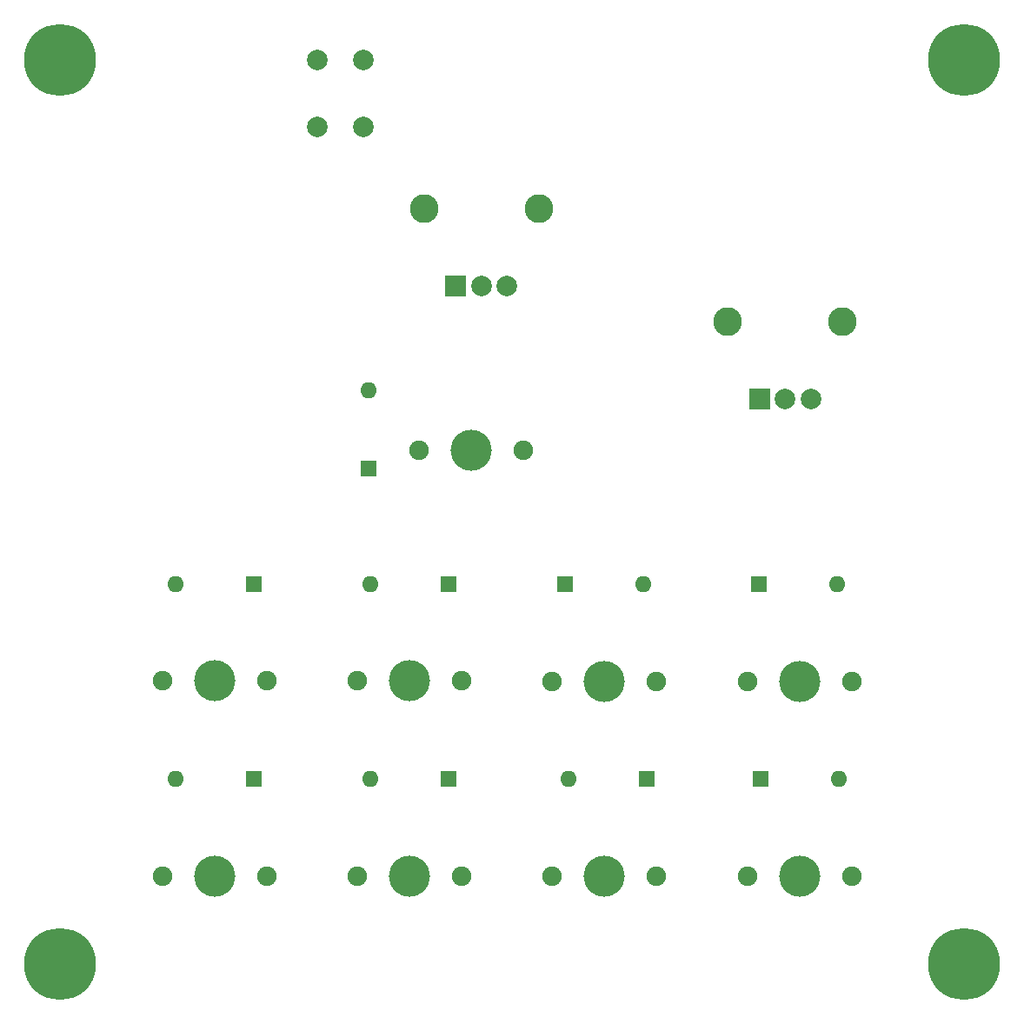
<source format=gts>
%TF.GenerationSoftware,KiCad,Pcbnew,(6.0.9-0)*%
%TF.CreationDate,2023-04-08T13:53:12+09:00*%
%TF.ProjectId,keypad,6b657970-6164-42e6-9b69-6361645f7063,1*%
%TF.SameCoordinates,Original*%
%TF.FileFunction,Soldermask,Top*%
%TF.FilePolarity,Negative*%
%FSLAX46Y46*%
G04 Gerber Fmt 4.6, Leading zero omitted, Abs format (unit mm)*
G04 Created by KiCad (PCBNEW (6.0.9-0)) date 2023-04-08 13:53:12*
%MOMM*%
%LPD*%
G01*
G04 APERTURE LIST*
%ADD10C,4.000000*%
%ADD11C,1.900000*%
%ADD12R,1.600000X1.600000*%
%ADD13O,1.600000X1.600000*%
%ADD14C,3.900000*%
%ADD15C,7.000000*%
%ADD16R,2.000000X2.000000*%
%ADD17C,2.000000*%
%ADD18C,2.800000*%
G04 APERTURE END LIST*
D10*
%TO.C,SW8*%
X181380000Y-114500000D03*
D11*
X186460000Y-114500000D03*
X176300000Y-114500000D03*
%TD*%
D12*
%TO.C,D8*%
X177380000Y-105000000D03*
D13*
X185000000Y-105000000D03*
%TD*%
D14*
%TO.C,REF\u002A\u002A*%
X109380000Y-54000000D03*
D15*
X109380000Y-54000000D03*
%TD*%
D12*
%TO.C,D9*%
X139380000Y-93810000D03*
D13*
X139380000Y-86190000D03*
%TD*%
D10*
%TO.C,SW9*%
X149380000Y-92000000D03*
D11*
X154460000Y-92000000D03*
X144300000Y-92000000D03*
%TD*%
D12*
%TO.C,D6*%
X147190000Y-124000000D03*
D13*
X139570000Y-124000000D03*
%TD*%
D11*
%TO.C,SW4*%
X186460000Y-133500000D03*
D10*
X181380000Y-133500000D03*
D11*
X176300000Y-133500000D03*
%TD*%
D10*
%TO.C,SW1*%
X124380000Y-114450000D03*
D11*
X119300000Y-114450000D03*
X129460000Y-114450000D03*
%TD*%
D16*
%TO.C,SW11*%
X177480000Y-87000000D03*
D17*
X182480000Y-87000000D03*
X179980000Y-87000000D03*
D18*
X174380000Y-79500000D03*
X185580000Y-79500000D03*
%TD*%
D10*
%TO.C,SW3*%
X162380000Y-114500000D03*
D11*
X157300000Y-114500000D03*
X167460000Y-114500000D03*
%TD*%
D15*
%TO.C,REF*%
X197380000Y-54000000D03*
D14*
X197380000Y-54000000D03*
%TD*%
D12*
%TO.C,D2*%
X147190000Y-105000000D03*
D13*
X139570000Y-105000000D03*
%TD*%
D11*
%TO.C,SW2*%
X148460000Y-114450000D03*
X138300000Y-114450000D03*
D10*
X143380000Y-114450000D03*
%TD*%
D11*
%TO.C,SW6*%
X138300000Y-133500000D03*
D10*
X143380000Y-133500000D03*
D11*
X148460000Y-133500000D03*
%TD*%
D17*
%TO.C,SW12*%
X138880000Y-60500000D03*
X138880000Y-54000000D03*
X134380000Y-60500000D03*
X134380000Y-54000000D03*
%TD*%
D12*
%TO.C,D7*%
X166500000Y-124000000D03*
D13*
X158880000Y-124000000D03*
%TD*%
D12*
%TO.C,D5*%
X128190000Y-124000000D03*
D13*
X120570000Y-124000000D03*
%TD*%
D16*
%TO.C,SW10*%
X147880000Y-76000000D03*
D17*
X152880000Y-76000000D03*
X150380000Y-76000000D03*
D18*
X155980000Y-68500000D03*
X144780000Y-68500000D03*
%TD*%
D11*
%TO.C,SW5*%
X129460000Y-133500000D03*
X119300000Y-133500000D03*
D10*
X124380000Y-133500000D03*
%TD*%
D15*
%TO.C,REF\u002A\u002A*%
X197380000Y-142000000D03*
D14*
X197380000Y-142000000D03*
%TD*%
%TO.C,REF\u002A\u002A*%
X109380000Y-142000000D03*
D15*
X109380000Y-142000000D03*
%TD*%
D12*
%TO.C,D3*%
X158570000Y-105000000D03*
D13*
X166190000Y-105000000D03*
%TD*%
D12*
%TO.C,D1*%
X128190000Y-105000000D03*
D13*
X120570000Y-105000000D03*
%TD*%
D12*
%TO.C,D4*%
X177570000Y-124000000D03*
D13*
X185190000Y-124000000D03*
%TD*%
D10*
%TO.C,SW7*%
X162380000Y-133500000D03*
D11*
X157300000Y-133500000D03*
X167460000Y-133500000D03*
%TD*%
M02*

</source>
